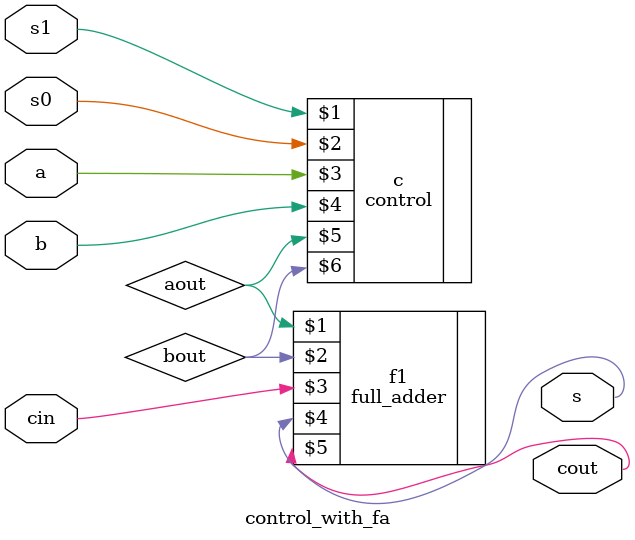
<source format=v>

`timescale 1ps / 1ps

module control_with_fa ( s1 ,s0 ,a ,b ,cin ,s ,cout );

input s1;
wire s1;
input s0;
wire s0;
input a;
wire a;
input b;
wire b;
input cin;
wire cin;
output s;
wire s;
output cout;
wire cout;


wire aout,bout;

control c(s1 ,s0 ,a ,b ,aout ,bout);

full_adder f1(aout,bout,cin,s,cout);


endmodule

</source>
